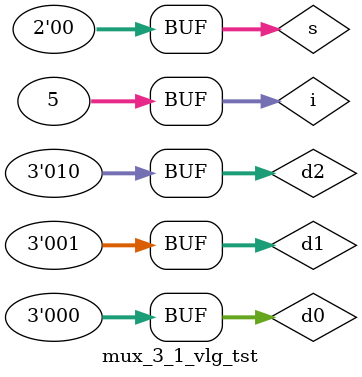
<source format=v>
`timescale 1 ps/1 ps

module mux_3_1_vlg_tst();

reg [1:0] s;
reg [2:0] d0; 
reg [2:0] d1;
reg [2:0] d2;

wire [2:0] y;

integer i;

mux_3_1 dut (
	.s  (s),
	.d0 (d0),
	.d1 (d1),
	.d2 (d2),
	.y  (y)
);

initial begin 
	$monitor("s = %b d0 = %b d1 = %b d2 = %b y = %b", s, d0, d1, d2, y);
	d0 = 2'b000; d1 = 2'b001; d2 = 2'b010;
	
	for (i = 0; i <= 4; i = i + 1) begin
		#10 s = i;
	end
end

endmodule

</source>
